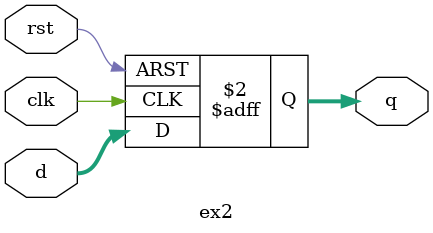
<source format=v>
module ex2 #(parameter N = 8) (
    input clk, input rst, input [N-1:0] d,
    output reg [N-1:0] q
);
    always @(posedge clk or posedge rst) begin
        if (rst)
            q <= {N{1'b0}};
        else
            q <= d;
    end
endmodule


</source>
